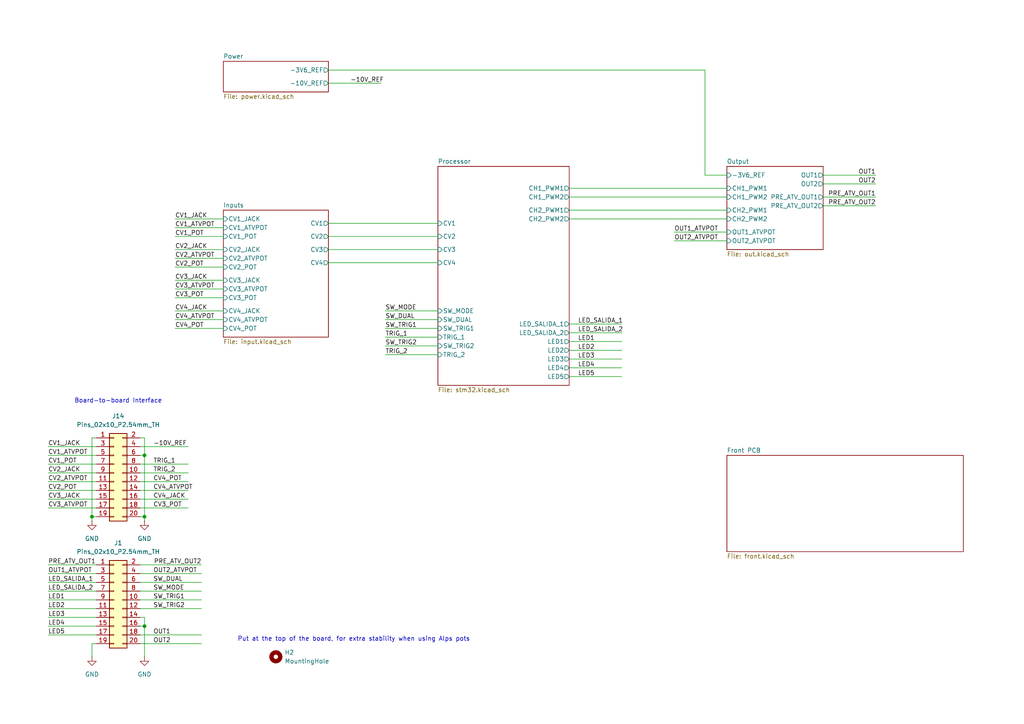
<source format=kicad_sch>
(kicad_sch (version 20231120) (generator "eeschema") (generator_version "8.0")
  (paper "A4")
  (title_block (title "Main") (date "2024-09-14") (rev "v0.1") (company "Sluisbrinkie"))
  (lib_symbols
    (symbol "Mechanical:MountingHole" (pin_names (offset 1.016)) (exclude_from_sim yes) (in_bom no)
      (property "Reference" "H" (at 0 5.08 0))
      (property "Value" "MountingHole" (at 0 3.175 0))
      (symbol "MountingHole_0_1"
        (circle (center 0 0) (radius 1.27) (stroke (width 1.27)))
      )
    )
    (symbol "PCM_4ms_Connector:Pins_02x10_P1.27mm_TH" (pin_names (offset 1.016) hide)
      (property "Reference" "J" (at 0 13.97 0))
      (property "Value" "Pins_02x10_P1.27mm_TH" (at 0 -15.24 0))
      (symbol "Pins_02x10_P1.27mm_TH_1_1"
        (rectangle (start -2.54 -11.303) (end -1.27 -11.557))
        (rectangle (start -2.54 -8.763) (end -1.27 -9.017))
        (rectangle (start -2.54 -6.223) (end -1.27 -6.477))
        (rectangle (start -2.54 -3.683) (end -1.27 -3.937))
        (rectangle (start -2.54 -1.143) (end -1.27 -1.397))
        (rectangle (start -2.54 1.397) (end -1.27 1.143))
        (rectangle (start -2.54 3.937) (end -1.27 3.683))
        (rectangle (start -2.54 6.477) (end -1.27 6.223))
        (rectangle (start -2.54 9.017) (end -1.27 8.763))
        (rectangle (start -2.54 11.557) (end -1.27 11.303))
        (rectangle (start -2.54 12.7) (end 2.54 -12.7) (stroke (width 0.254)) (fill (type background)))
        (rectangle (start 1.27 -11.303) (end 2.54 -11.557))
        (rectangle (start 1.27 -8.763) (end 2.54 -9.017))
        (rectangle (start 1.27 -6.223) (end 2.54 -6.477))
        (rectangle (start 1.27 -3.683) (end 2.54 -3.937))
        (rectangle (start 1.27 -1.143) (end 2.54 -1.397))
        (rectangle (start 1.27 1.397) (end 2.54 1.143))
        (rectangle (start 1.27 3.937) (end 2.54 3.683))
        (rectangle (start 1.27 6.477) (end 2.54 6.223))
        (rectangle (start 1.27 9.017) (end 2.54 8.763))
        (rectangle (start 1.27 11.557) (end 2.54 11.303))
        (pin passive line (at -6.35 11.43 0) (length 3.81) (name "1") (number "1"))
        (pin passive line (at 6.35 1.27 180) (length 3.81) (name "10") (number "10"))
        (pin passive line (at -6.35 -1.27 0) (length 3.81) (name "11") (number "11"))
        (pin passive line (at 6.35 -1.27 180) (length 3.81) (name "12") (number "12"))
        (pin passive line (at -6.35 -3.81 0) (length 3.81) (name "13") (number "13"))
        (pin passive line (at 6.35 -3.81 180) (length 3.81) (name "14") (number "14"))
        (pin passive line (at -6.35 -6.35 0) (length 3.81) (name "15") (number "15"))
        (pin passive line (at 6.35 -6.35 180) (length 3.81) (name "16") (number "16"))
        (pin passive line (at -6.35 -8.89 0) (length 3.81) (name "17") (number "17"))
        (pin passive line (at 6.35 -8.89 180) (length 3.81) (name "18") (number "18"))
        (pin passive line (at -6.35 -11.43 0) (length 3.81) (name "19") (number "19"))
        (pin passive line (at 6.35 11.43 180) (length 3.81) (name "2") (number "2"))
        (pin passive line (at 6.35 -11.43 180) (length 3.81) (name "20") (number "20"))
        (pin passive line (at -6.35 8.89 0) (length 3.81) (name "3") (number "3"))
        (pin passive line (at 6.35 8.89 180) (length 3.81) (name "4") (number "4"))
        (pin passive line (at -6.35 6.35 0) (length 3.81) (name "5") (number "5"))
        (pin passive line (at 6.35 6.35 180) (length 3.81) (name "6") (number "6"))
        (pin passive line (at -6.35 3.81 0) (length 3.81) (name "7") (number "7"))
        (pin passive line (at 6.35 3.81 180) (length 3.81) (name "8") (number "8"))
        (pin passive line (at -6.35 1.27 0) (length 3.81) (name "9") (number "9"))
      )
    )
    (symbol "power:GND" (power) (pin_numbers hide) (pin_names (offset 0) hide)
      (property "Value" "GND" (at 0 -3.81 0))
      (symbol "GND_0_1"
        (polyline (pts (xy 0 0) (xy 0 -1.27) (xy 1.27 -1.27) (xy 0 -2.54) (xy -1.27 -1.27) (xy 0 -1.27)))
      )
      (symbol "GND_1_1"
        (pin power_in line (at 0 0 270) (length 0) (name "~") (number "1"))
      )
    )
  )
  (junction (at 41.91 132.08))
  (junction (at 26.67 149.86))
  (junction (at 41.91 149.86))
  (junction (at 41.91 181.61))
  (wire (pts (xy 165.1 54.61) (xy 210.82 54.61)))
  (wire (pts (xy 238.76 53.34) (xy 254 53.34)))
  (wire (pts (xy 165.1 101.6) (xy 180.34 101.6)))
  (wire (pts (xy 195.58 69.85) (xy 210.82 69.85)))
  (wire (pts (xy 50.8 92.71) (xy 64.77 92.71)))
  (wire (pts (xy 238.76 50.8) (xy 254 50.8)))
  (wire (pts (xy 26.67 149.86) (xy 26.67 151.13)))
  (wire (pts (xy 111.76 92.71) (xy 127 92.71)))
  (wire (pts (xy 26.67 127) (xy 26.67 149.86)))
  (wire (pts (xy 111.76 100.33) (xy 127 100.33)))
  (wire (pts (xy 165.1 57.15) (xy 210.82 57.15)))
  (wire (pts (xy 111.76 97.79) (xy 127 97.79)))
  (wire (pts (xy 27.94 127) (xy 26.67 127)))
  (wire (pts (xy 95.25 76.2) (xy 127 76.2)))
  (wire (pts (xy 40.64 127) (xy 41.91 127)))
  (wire (pts (xy 50.8 68.58) (xy 64.77 68.58)))
  (wire (pts (xy 165.1 63.5) (xy 210.82 63.5)))
  (wire (pts (xy 41.91 181.61) (xy 41.91 179.07)))
  (wire (pts (xy 40.64 184.15) (xy 58.42 184.15)))
  (wire (pts (xy 13.97 132.08) (xy 27.94 132.08)))
  (wire (pts (xy 40.64 168.91) (xy 58.42 168.91)))
  (wire (pts (xy 95.25 68.58) (xy 127 68.58)))
  (wire (pts (xy 40.64 137.16) (xy 54.61 137.16)))
  (wire (pts (xy 95.25 64.77) (xy 127 64.77)))
  (wire (pts (xy 26.67 186.69) (xy 26.67 190.5)))
  (wire (pts (xy 204.47 20.32) (xy 204.47 50.8)))
  (wire (pts (xy 111.76 102.87) (xy 127 102.87)))
  (wire (pts (xy 40.64 139.7) (xy 54.61 139.7)))
  (wire (pts (xy 40.64 149.86) (xy 41.91 149.86)))
  (wire (pts (xy 165.1 93.98) (xy 180.34 93.98)))
  (wire (pts (xy 165.1 106.68) (xy 180.34 106.68)))
  (wire (pts (xy 40.64 147.32) (xy 54.61 147.32)))
  (wire (pts (xy 13.97 137.16) (xy 27.94 137.16)))
  (wire (pts (xy 165.1 109.22) (xy 180.34 109.22)))
  (wire (pts (xy 195.58 67.31) (xy 210.82 67.31)))
  (wire (pts (xy 165.1 96.52) (xy 180.34 96.52)))
  (wire (pts (xy 40.64 142.24) (xy 54.61 142.24)))
  (wire (pts (xy 50.8 95.25) (xy 64.77 95.25)))
  (wire (pts (xy 13.97 166.37) (xy 27.94 166.37)))
  (wire (pts (xy 40.64 144.78) (xy 54.61 144.78)))
  (wire (pts (xy 40.64 129.54) (xy 54.61 129.54)))
  (wire (pts (xy 13.97 181.61) (xy 27.94 181.61)))
  (wire (pts (xy 40.64 171.45) (xy 58.42 171.45)))
  (wire (pts (xy 40.64 163.83) (xy 58.42 163.83)))
  (wire (pts (xy 13.97 173.99) (xy 27.94 173.99)))
  (wire (pts (xy 13.97 179.07) (xy 27.94 179.07)))
  (wire (pts (xy 13.97 163.83) (xy 27.94 163.83)))
  (wire (pts (xy 26.67 186.69) (xy 27.94 186.69)))
  (wire (pts (xy 41.91 151.13) (xy 41.91 149.86)))
  (wire (pts (xy 95.25 72.39) (xy 127 72.39)))
  (wire (pts (xy 13.97 147.32) (xy 27.94 147.32)))
  (wire (pts (xy 238.76 57.15) (xy 254 57.15)))
  (wire (pts (xy 40.64 166.37) (xy 58.42 166.37)))
  (wire (pts (xy 41.91 181.61) (xy 41.91 190.5)))
  (wire (pts (xy 111.76 90.17) (xy 127 90.17)))
  (wire (pts (xy 50.8 63.5) (xy 64.77 63.5)))
  (wire (pts (xy 50.8 77.47) (xy 64.77 77.47)))
  (wire (pts (xy 13.97 184.15) (xy 27.94 184.15)))
  (wire (pts (xy 165.1 104.14) (xy 180.34 104.14)))
  (wire (pts (xy 95.25 20.32) (xy 204.47 20.32)))
  (wire (pts (xy 238.76 59.69) (xy 254 59.69)))
  (wire (pts (xy 41.91 127) (xy 41.91 132.08)))
  (wire (pts (xy 40.64 134.62) (xy 54.61 134.62)))
  (wire (pts (xy 40.64 176.53) (xy 58.42 176.53)))
  (wire (pts (xy 40.64 181.61) (xy 41.91 181.61)))
  (wire (pts (xy 13.97 171.45) (xy 27.94 171.45)))
  (wire (pts (xy 50.8 72.39) (xy 64.77 72.39)))
  (wire (pts (xy 50.8 66.04) (xy 64.77 66.04)))
  (wire (pts (xy 13.97 144.78) (xy 27.94 144.78)))
  (wire (pts (xy 204.47 50.8) (xy 210.82 50.8)))
  (wire (pts (xy 13.97 168.91) (xy 27.94 168.91)))
  (wire (pts (xy 13.97 139.7) (xy 27.94 139.7)))
  (wire (pts (xy 50.8 83.82) (xy 64.77 83.82)))
  (wire (pts (xy 111.76 95.25) (xy 127 95.25)))
  (wire (pts (xy 165.1 60.96) (xy 210.82 60.96)))
  (wire (pts (xy 13.97 134.62) (xy 27.94 134.62)))
  (wire (pts (xy 40.64 186.69) (xy 58.42 186.69)))
  (wire (pts (xy 50.8 74.93) (xy 64.77 74.93)))
  (wire (pts (xy 13.97 176.53) (xy 27.94 176.53)))
  (wire (pts (xy 50.8 86.36) (xy 64.77 86.36)))
  (wire (pts (xy 41.91 132.08) (xy 40.64 132.08)))
  (wire (pts (xy 40.64 179.07) (xy 41.91 179.07)))
  (wire (pts (xy 50.8 90.17) (xy 64.77 90.17)))
  (wire (pts (xy 50.8 81.28) (xy 64.77 81.28)))
  (wire (pts (xy 26.67 149.86) (xy 27.94 149.86)))
  (wire (pts (xy 40.64 173.99) (xy 58.42 173.99)))
  (wire (pts (xy 13.97 142.24) (xy 27.94 142.24)))
  (wire (pts (xy 13.97 129.54) (xy 27.94 129.54)))
  (wire (pts (xy 95.25 24.13) (xy 110.49 24.13)))
  (wire (pts (xy 165.1 99.06) (xy 180.34 99.06)))
  (wire (pts (xy 41.91 149.86) (xy 41.91 132.08)))
  (text "Put at the top of the board, for extra stability when using Alps pots" (at 102.616 185.42 0) (effects (font (size 1.27 1.27) (thickness 0.1588))))
  (text "Board-to-board Interface\n" (at 34.29 116.332 0) (effects (font (size 1.27 1.27) (thickness 0.1588))))
  (label "-10V_REF" (at 44.45 129.54 0))
  (label "SW_DUAL" (at 44.45 168.91 0))
  (label "CV2_JACK" (at 50.8 72.39 0))
  (label "-10V_REF" (at 101.6 24.13 0))
  (label "CV3_ATVPOT" (at 13.97 147.32 0))
  (label "LED1" (at 13.97 173.99 0))
  (label "SW_TRIG1" (at 44.45 173.99 0))
  (label "CV4_JACK" (at 44.45 144.78 0))
  (label "SW_TRIG2" (at 44.45 176.53 0))
  (label "TRIG_1" (at 44.45 134.62 0))
  (label "TRIG_2" (at 111.76 102.87 0))
  (label "SW_MODE" (at 44.45 171.45 0))
  (label "OUT1" (at 254 50.8 180))
  (label "OUT1_ATVPOT" (at 13.97 166.37 0))
  (label "OUT2_ATVPOT" (at 195.58 69.85 0))
  (label "LED_SALIDA_2" (at 167.64 96.52 0))
  (label "CV2_ATVPOT" (at 13.97 139.7 0))
  (label "SW_TRIG1" (at 111.76 95.25 0))
  (label "LED5" (at 13.97 184.15 0))
  (label "LED4" (at 167.64 106.68 0))
  (label "LED_SALIDA_2" (at 13.97 171.45 0))
  (label "TRIG_1" (at 111.76 97.79 0))
  (label "CV3_JACK" (at 50.8 81.28 0))
  (label "LED2" (at 13.97 176.53 0))
  (label "TRIG_2" (at 44.45 137.16 0))
  (label "LED2" (at 167.64 101.6 0))
  (label "PRE_ATV_OUT2" (at 254 59.69 180))
  (label "LED1" (at 167.64 99.06 0))
  (label "CV3_ATVPOT" (at 50.8 83.82 0))
  (label "CV2_ATVPOT" (at 50.8 74.93 0))
  (label "PRE_ATV_OUT1" (at 254 57.15 180))
  (label "CV1_JACK" (at 13.97 129.54 0))
  (label "CV4_ATVPOT" (at 44.45 142.24 0))
  (label "CV3_POT" (at 44.45 147.32 0))
  (label "LED_SALIDA_1" (at 167.64 93.98 0))
  (label "SW_TRIG2" (at 111.76 100.33 0))
  (label "OUT1" (at 44.45 184.15 0))
  (label "OUT2_ATVPOT" (at 44.45 166.37 0))
  (label "CV1_ATVPOT" (at 13.97 132.08 0))
  (label "CV1_ATVPOT" (at 50.8 66.04 0))
  (label "CV4_POT" (at 44.45 139.7 0))
  (label "CV2_POT" (at 50.8 77.47 0))
  (label "CV4_JACK" (at 50.8 90.17 0))
  (label "LED3" (at 13.97 179.07 0))
  (label "CV2_POT" (at 13.97 142.24 0))
  (label "CV1_JACK" (at 50.8 63.5 0))
  (label "OUT2" (at 254 53.34 180))
  (label "LED4" (at 13.97 181.61 0))
  (label "LED5" (at 167.64 109.22 0))
  (label "OUT1_ATVPOT" (at 195.58 67.31 0))
  (label "CV3_POT" (at 50.8 86.36 0))
  (label "LED3" (at 167.64 104.14 0))
  (label "OUT2" (at 44.45 186.69 0))
  (label "SW_MODE" (at 111.76 90.17 0))
  (label "CV4_POT" (at 50.8 95.25 0))
  (label "CV3_JACK" (at 13.97 144.78 0))
  (label "SW_DUAL" (at 111.76 92.71 0))
  (label "PRE_ATV_OUT2" (at 58.42 163.83 180))
  (label "CV1_POT" (at 13.97 134.62 0))
  (label "CV4_ATVPOT" (at 50.8 92.71 0))
  (label "CV1_POT" (at 50.8 68.58 0))
  (label "CV2_JACK" (at 13.97 137.16 0))
  (label "PRE_ATV_OUT1" (at 13.97 163.83 0))
  (label "LED_SALIDA_1" (at 13.97 168.91 0))
  (symbol (lib_id "power:GND") (at 41.91 151.13 0) (unit 1)
    (property "Reference" "#PWR02" (effects (hide yes)))
    (property "Value" "GND" (at 41.91 156.21 0))
    (property "Description" "Power symbol creates a global label with name \"GND\" , ground" (effects (hide yes)))
  )
  (symbol (lib_id "power:GND") (at 41.91 190.5 0) (unit 1)
    (property "Reference" "#PWR03" (effects (hide yes)))
    (property "Value" "GND" (at 41.91 195.58 0))
    (property "Description" "Power symbol creates a global label with name \"GND\" , ground" (effects (hide yes)))
  )
  (symbol (lib_id "power:GND") (at 26.67 190.5 0) (unit 1)
    (property "Reference" "#PWR01" (effects (hide yes)))
    (property "Value" "GND" (at 26.67 195.58 0))
    (property "Description" "Power symbol creates a global label with name \"GND\" , ground" (effects (hide yes)))
  )
  (symbol (lib_id "PCM_4ms_Connector:Pins_02x10_P1.27mm_TH") (at 34.29 175.26 0) (unit 1)
    (property "Reference" "J1" (at 34.29 157.48 0))
    (property "Value" "Pins_02x10_P2.54mm_TH" (at 34.29 160.02 0))
    (property "Footprint" "Connector_PinHeader_2.54mm:PinHeader_2x10_P2.54mm_Vertical" (effects (hide yes)))
    (property "Description" "Header 2x10 Pins, Pitch=2.54mm, Pin Height=3mm, Vertical, TH" (effects (hide yes)))
    (property "Specifications" "Header 2x10 Pins, Pitch=2.54mm, Pin Height=3mm, Vertical, TH" (effects (hide yes)))
  )
  (symbol (lib_id "PCM_4ms_Connector:Pins_02x10_P1.27mm_TH") (at 34.29 138.43 0) (unit 1)
    (property "Reference" "J14" (at 34.29 120.65 0))
    (property "Value" "Pins_02x10_P2.54mm_TH" (at 34.29 123.19 0))
    (property "Footprint" "Connector_PinHeader_2.54mm:PinHeader_2x10_P2.54mm_Vertical" (effects (hide yes)))
    (property "Description" "Header 2x10 Pins, Pitch=2.54mm, Pin Height=3mm, Vertical, TH" (effects (hide yes)))
    (property "Specifications" "Header 2x10 Pins, Pitch=2.54mm, Pin Height=3mm, Vertical, TH" (effects (hide yes)))
  )
  (symbol (lib_id "power:GND") (at 26.67 151.13 0) (unit 1)
    (property "Reference" "#PWR088" (effects (hide yes)))
    (property "Value" "GND" (at 26.67 156.21 0))
    (property "Description" "Power symbol creates a global label with name \"GND\" , ground" (effects (hide yes)))
  )
  (symbol (lib_id "Mechanical:MountingHole") (at 80.01 190.5 0) (unit 1) (exclude_from_sim yes) (in_bom no)
    (property "Reference" "H2" (at 82.55 189.2299 0) (effects (justify left)))
    (property "Value" "MountingHole" (at 82.55 191.7699 0) (effects (justify left)))
    (property "Footprint" "MountingHole:MountingHole_2.7mm_M2.5" (effects (hide yes)))
    (property "Description" "Mounting Hole without connection" (effects (hide yes)))
  )
  (sheet (at 210.82 132.08) (size 68.58 27.94) (stroke (width 0.1524))
    (property "Sheetname" "Front PCB" (at 210.82 131.3684 0) (effects (justify left bottom)))
    (property "Sheetfile" "front.kicad_sch" (at 210.82 160.6046 0) (effects (justify left top)))
  )
  (sheet (at 210.82 48.26) (size 27.94 24.13) (stroke (width 0.1524))
    (property "Sheetname" "Output" (at 210.82 47.5484 0) (effects (justify left bottom)))
    (property "Sheetfile" "out.kicad_sch" (at 210.82 72.9746 0) (effects (justify left top)))
    (pin "-3V6_REF" input (at 210.82 50.8 180))
    (pin "CH2_PWM1" input (at 210.82 60.96 180))
    (pin "CH2_PWM2" input (at 210.82 63.5 180))
    (pin "CH1_PWM1" input (at 210.82 54.61 180))
    (pin "CH1_PWM2" input (at 210.82 57.15 180))
    (pin "OUT2" output (at 238.76 53.34 0))
    (pin "OUT1" output (at 238.76 50.8 0))
    (pin "OUT1_ATVPOT" input (at 210.82 67.31 180))
    (pin "OUT2_ATVPOT" input (at 210.82 69.85 180))
    (pin "PRE_ATV_OUT1" output (at 238.76 57.15 0))
    (pin "PRE_ATV_OUT2" output (at 238.76 59.69 0))
  )
  (sheet (at 127 48.26) (size 38.1 63.5) (stroke (width 0.1524))
    (property "Sheetname" "Processor" (at 127 47.5484 0) (effects (justify left bottom)))
    (property "Sheetfile" "stm32.kicad_sch" (at 127 112.3446 0) (effects (justify left top)))
    (pin "CV2" input (at 127 68.58 180))
    (pin "CV1" input (at 127 64.77 180))
    (pin "LED2" output (at 165.1 101.6 0))
    (pin "LED3" output (at 165.1 104.14 0))
    (pin "LED4" output (at 165.1 106.68 0))
    (pin "CV3" input (at 127 72.39 180))
    (pin "CV4" input (at 127 76.2 180))
    (pin "SW_DUAL" input (at 127 92.71 180))
    (pin "SW_MODE" input (at 127 90.17 180))
    (pin "CH1_PWM2" output (at 165.1 57.15 0))
    (pin "CH1_PWM1" output (at 165.1 54.61 0))
    (pin "CH2_PWM1" output (at 165.1 60.96 0))
    (pin "CH2_PWM2" output (at 165.1 63.5 0))
    (pin "SW_TRIG2" input (at 127 100.33 180))
    (pin "TRIG_2" input (at 127 102.87 180))
    (pin "SW_TRIG1" input (at 127 95.25 180))
    (pin "TRIG_1" input (at 127 97.79 180))
    (pin "LED_SALIDA_1" output (at 165.1 93.98 0))
    (pin "LED_SALIDA_2" output (at 165.1 96.52 0))
    (pin "LED5" output (at 165.1 109.22 0))
    (pin "LED1" output (at 165.1 99.06 0))
  )
  (sheet (at 64.77 60.96) (size 30.48 36.83) (stroke (width 0.1524))
    (property "Sheetname" "Inputs" (at 64.77 60.2484 0) (effects (justify left bottom)))
    (property "Sheetfile" "input.kicad_sch" (at 64.77 98.3746 0) (effects (justify left top)))
    (pin "CV2_JACK" input (at 64.77 72.39 180))
    (pin "CV2_ATVPOT" input (at 64.77 74.93 180))
    (pin "CV2_POT" input (at 64.77 77.47 180))
    (pin "CV2" output (at 95.25 68.58 0))
    (pin "CV1" output (at 95.25 64.77 0))
    (pin "CV1_POT" input (at 64.77 68.58 180))
    (pin "CV1_ATVPOT" input (at 64.77 66.04 180))
    (pin "CV1_JACK" input (at 64.77 63.5 180))
    (pin "CV3" output (at 95.25 72.39 0))
    (pin "CV4_JACK" input (at 64.77 90.17 180))
    (pin "CV4_ATVPOT" input (at 64.77 92.71 180))
    (pin "CV4_POT" input (at 64.77 95.25 180))
    (pin "CV3_POT" input (at 64.77 86.36 180))
    (pin "CV4" output (at 95.25 76.2 0))
    (pin "CV3_ATVPOT" input (at 64.77 83.82 180))
    (pin "CV3_JACK" input (at 64.77 81.28 180))
  )
  (sheet (at 64.77 17.78) (size 30.48 8.89) (stroke (width 0.1524))
    (property "Sheetname" "Power" (at 64.77 17.0684 0) (effects (justify left bottom)))
    (property "Sheetfile" "power.kicad_sch" (at 64.77 27.2546 0) (effects (justify left top)))
    (pin "-3V6_REF" output (at 95.25 20.32 0))
    (pin "-10V_REF" output (at 95.25 24.13 0))
  )
)
</source>
